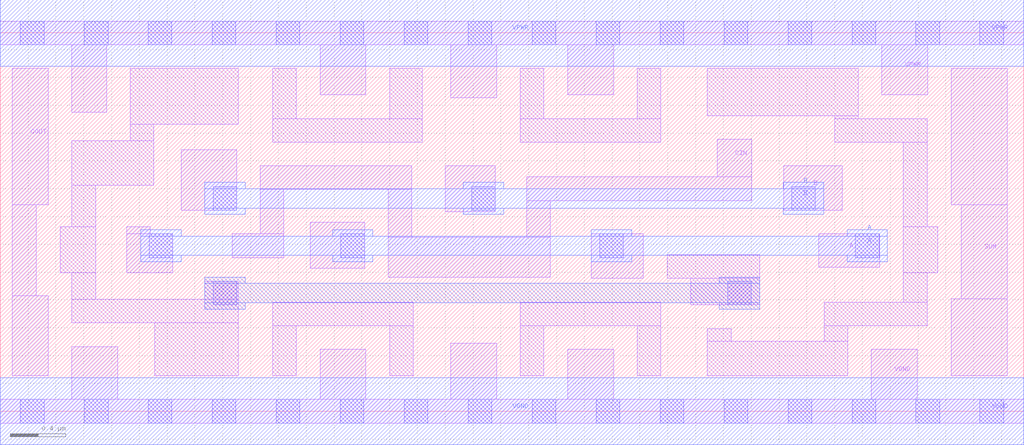
<source format=lef>
# Copyright 2020 The SkyWater PDK Authors
#
# Licensed under the Apache License, Version 2.0 (the "License");
# you may not use this file except in compliance with the License.
# You may obtain a copy of the License at
#
#     https://www.apache.org/licenses/LICENSE-2.0
#
# Unless required by applicable law or agreed to in writing, software
# distributed under the License is distributed on an "AS IS" BASIS,
# WITHOUT WARRANTIES OR CONDITIONS OF ANY KIND, either express or implied.
# See the License for the specific language governing permissions and
# limitations under the License.
#
# SPDX-License-Identifier: Apache-2.0

VERSION 5.7 ;
  NAMESCASESENSITIVE ON ;
  NOWIREEXTENSIONATPIN ON ;
  DIVIDERCHAR "/" ;
  BUSBITCHARS "[]" ;
UNITS
  DATABASE MICRONS 200 ;
END UNITS
MACRO sky130_fd_sc_hd__fa_1
  CLASS CORE ;
  SOURCE USER ;
  FOREIGN sky130_fd_sc_hd__fa_1 ;
  ORIGIN  0.000000  0.000000 ;
  SIZE  7.360000 BY  2.720000 ;
  SYMMETRY X Y R90 ;
  SITE unithd ;
  PIN A
    ANTENNAGATEAREA  0.504000 ;
    DIRECTION INPUT ;
    USE SIGNAL ;
    PORT
      LAYER li1 ;
        RECT 0.910000 0.995000 1.240000 1.275000 ;
        RECT 0.910000 1.275000 1.080000 1.325000 ;
        RECT 2.230000 1.030000 2.620000 1.360000 ;
        RECT 4.250000 0.955000 4.625000 1.275000 ;
        RECT 5.885000 1.035000 6.325000 1.275000 ;
      LAYER mcon ;
        RECT 1.070000 1.105000 1.240000 1.275000 ;
        RECT 2.450000 1.105000 2.620000 1.275000 ;
        RECT 4.310000 1.105000 4.480000 1.275000 ;
        RECT 6.150000 1.105000 6.320000 1.275000 ;
      LAYER met1 ;
        RECT 1.010000 1.075000 1.300000 1.120000 ;
        RECT 1.010000 1.120000 6.380000 1.260000 ;
        RECT 1.010000 1.260000 1.300000 1.305000 ;
        RECT 2.390000 1.075000 2.680000 1.120000 ;
        RECT 2.390000 1.260000 2.680000 1.305000 ;
        RECT 4.250000 1.075000 4.540000 1.120000 ;
        RECT 4.250000 1.260000 4.540000 1.305000 ;
        RECT 6.090000 1.075000 6.380000 1.120000 ;
        RECT 6.090000 1.260000 6.380000 1.305000 ;
    END
  END A
  PIN B
    ANTENNAGATEAREA  0.504000 ;
    DIRECTION INPUT ;
    USE SIGNAL ;
    PORT
      LAYER li1 ;
        RECT 1.300000 1.445000 1.700000 1.880000 ;
        RECT 3.200000 1.435000 3.560000 1.765000 ;
        RECT 5.635000 1.445000 6.055000 1.765000 ;
      LAYER mcon ;
        RECT 1.530000 1.445000 1.700000 1.615000 ;
        RECT 3.390000 1.445000 3.560000 1.615000 ;
        RECT 5.690000 1.445000 5.860000 1.615000 ;
      LAYER met1 ;
        RECT 1.470000 1.415000 1.760000 1.460000 ;
        RECT 1.470000 1.460000 5.920000 1.600000 ;
        RECT 1.470000 1.600000 1.760000 1.645000 ;
        RECT 3.330000 1.415000 3.620000 1.460000 ;
        RECT 3.330000 1.600000 3.620000 1.645000 ;
        RECT 5.630000 1.415000 5.920000 1.460000 ;
        RECT 5.630000 1.600000 5.920000 1.645000 ;
    END
  END B
  PIN CIN
    ANTENNAGATEAREA  0.378000 ;
    DIRECTION INPUT ;
    USE SIGNAL ;
    PORT
      LAYER li1 ;
        RECT 1.670000 1.105000 2.040000 1.275000 ;
        RECT 1.870000 1.275000 2.040000 1.595000 ;
        RECT 1.870000 1.595000 2.960000 1.765000 ;
        RECT 2.790000 0.965000 3.955000 1.250000 ;
        RECT 2.790000 1.250000 2.960000 1.595000 ;
        RECT 3.785000 1.250000 3.955000 1.515000 ;
        RECT 3.785000 1.515000 5.405000 1.685000 ;
        RECT 5.155000 1.685000 5.405000 1.955000 ;
    END
  END CIN
  PIN COUT
    ANTENNADIFFAREA  0.429000 ;
    DIRECTION OUTPUT ;
    USE SIGNAL ;
    PORT
      LAYER li1 ;
        RECT 0.085000 0.255000 0.345000 0.830000 ;
        RECT 0.085000 0.830000 0.260000 1.485000 ;
        RECT 0.085000 1.485000 0.345000 2.465000 ;
    END
  END COUT
  PIN SUM
    ANTENNADIFFAREA  0.429000 ;
    DIRECTION OUTPUT ;
    USE SIGNAL ;
    PORT
      LAYER li1 ;
        RECT 6.840000 0.255000 7.240000 0.810000 ;
        RECT 6.840000 1.485000 7.240000 2.465000 ;
        RECT 6.910000 0.810000 7.240000 1.485000 ;
    END
  END SUM
  PIN VGND
    DIRECTION INOUT ;
    SHAPE ABUTMENT ;
    USE GROUND ;
    PORT
      LAYER li1 ;
        RECT 0.000000 -0.085000 7.360000 0.085000 ;
        RECT 0.515000  0.085000 0.845000 0.465000 ;
        RECT 2.300000  0.085000 2.630000 0.445000 ;
        RECT 3.240000  0.085000 3.570000 0.490000 ;
        RECT 4.080000  0.085000 4.410000 0.445000 ;
        RECT 6.265000  0.085000 6.595000 0.445000 ;
      LAYER mcon ;
        RECT 0.145000 -0.085000 0.315000 0.085000 ;
        RECT 0.605000 -0.085000 0.775000 0.085000 ;
        RECT 1.065000 -0.085000 1.235000 0.085000 ;
        RECT 1.525000 -0.085000 1.695000 0.085000 ;
        RECT 1.985000 -0.085000 2.155000 0.085000 ;
        RECT 2.445000 -0.085000 2.615000 0.085000 ;
        RECT 2.905000 -0.085000 3.075000 0.085000 ;
        RECT 3.365000 -0.085000 3.535000 0.085000 ;
        RECT 3.825000 -0.085000 3.995000 0.085000 ;
        RECT 4.285000 -0.085000 4.455000 0.085000 ;
        RECT 4.745000 -0.085000 4.915000 0.085000 ;
        RECT 5.205000 -0.085000 5.375000 0.085000 ;
        RECT 5.665000 -0.085000 5.835000 0.085000 ;
        RECT 6.125000 -0.085000 6.295000 0.085000 ;
        RECT 6.585000 -0.085000 6.755000 0.085000 ;
        RECT 7.045000 -0.085000 7.215000 0.085000 ;
      LAYER met1 ;
        RECT 0.000000 -0.240000 7.360000 0.240000 ;
    END
  END VGND
  PIN VPWR
    DIRECTION INOUT ;
    SHAPE ABUTMENT ;
    USE POWER ;
    PORT
      LAYER li1 ;
        RECT 0.000000 2.635000 7.360000 2.805000 ;
        RECT 0.515000 2.150000 0.765000 2.635000 ;
        RECT 2.300000 2.275000 2.630000 2.635000 ;
        RECT 3.240000 2.255000 3.570000 2.635000 ;
        RECT 4.080000 2.275000 4.410000 2.635000 ;
        RECT 6.340000 2.275000 6.670000 2.635000 ;
      LAYER mcon ;
        RECT 0.145000 2.635000 0.315000 2.805000 ;
        RECT 0.605000 2.635000 0.775000 2.805000 ;
        RECT 1.065000 2.635000 1.235000 2.805000 ;
        RECT 1.525000 2.635000 1.695000 2.805000 ;
        RECT 1.985000 2.635000 2.155000 2.805000 ;
        RECT 2.445000 2.635000 2.615000 2.805000 ;
        RECT 2.905000 2.635000 3.075000 2.805000 ;
        RECT 3.365000 2.635000 3.535000 2.805000 ;
        RECT 3.825000 2.635000 3.995000 2.805000 ;
        RECT 4.285000 2.635000 4.455000 2.805000 ;
        RECT 4.745000 2.635000 4.915000 2.805000 ;
        RECT 5.205000 2.635000 5.375000 2.805000 ;
        RECT 5.665000 2.635000 5.835000 2.805000 ;
        RECT 6.125000 2.635000 6.295000 2.805000 ;
        RECT 6.585000 2.635000 6.755000 2.805000 ;
        RECT 7.045000 2.635000 7.215000 2.805000 ;
      LAYER met1 ;
        RECT 0.000000 2.480000 7.360000 2.960000 ;
    END
  END VPWR
  OBS
    LAYER li1 ;
      RECT 0.430000 0.995000 0.685000 1.325000 ;
      RECT 0.515000 0.635000 1.710000 0.805000 ;
      RECT 0.515000 0.805000 0.685000 0.995000 ;
      RECT 0.515000 1.325000 0.685000 1.625000 ;
      RECT 0.515000 1.625000 1.105000 1.945000 ;
      RECT 0.935000 1.945000 1.105000 2.065000 ;
      RECT 0.935000 2.065000 1.710000 2.465000 ;
      RECT 1.110000 0.255000 1.710000 0.635000 ;
      RECT 1.470000 0.805000 1.710000 0.935000 ;
      RECT 1.960000 0.255000 2.130000 0.615000 ;
      RECT 1.960000 0.615000 2.970000 0.785000 ;
      RECT 1.960000 1.935000 3.035000 2.105000 ;
      RECT 1.960000 2.105000 2.130000 2.465000 ;
      RECT 2.800000 0.255000 2.970000 0.615000 ;
      RECT 2.800000 2.105000 3.035000 2.465000 ;
      RECT 3.740000 0.255000 3.910000 0.615000 ;
      RECT 3.740000 0.615000 4.750000 0.785000 ;
      RECT 3.740000 1.935000 4.750000 2.105000 ;
      RECT 3.740000 2.105000 3.910000 2.465000 ;
      RECT 4.580000 0.255000 4.750000 0.615000 ;
      RECT 4.580000 2.105000 4.750000 2.465000 ;
      RECT 4.795000 0.955000 5.460000 1.125000 ;
      RECT 4.965000 0.765000 5.460000 0.955000 ;
      RECT 5.085000 0.255000 6.095000 0.505000 ;
      RECT 5.085000 0.505000 5.255000 0.595000 ;
      RECT 5.085000 2.125000 6.170000 2.465000 ;
      RECT 5.925000 0.505000 6.095000 0.615000 ;
      RECT 5.925000 0.615000 6.665000 0.785000 ;
      RECT 6.000000 1.935000 6.665000 2.105000 ;
      RECT 6.000000 2.105000 6.170000 2.125000 ;
      RECT 6.495000 0.785000 6.665000 0.995000 ;
      RECT 6.495000 0.995000 6.740000 1.325000 ;
      RECT 6.495000 1.325000 6.665000 1.935000 ;
    LAYER mcon ;
      RECT 1.530000 0.765000 1.700000 0.935000 ;
      RECT 5.230000 0.765000 5.400000 0.935000 ;
    LAYER met1 ;
      RECT 1.470000 0.735000 1.760000 0.780000 ;
      RECT 1.470000 0.780000 5.460000 0.920000 ;
      RECT 1.470000 0.920000 1.760000 0.965000 ;
      RECT 5.170000 0.735000 5.460000 0.780000 ;
      RECT 5.170000 0.920000 5.460000 0.965000 ;
  END
END sky130_fd_sc_hd__fa_1
END LIBRARY

</source>
